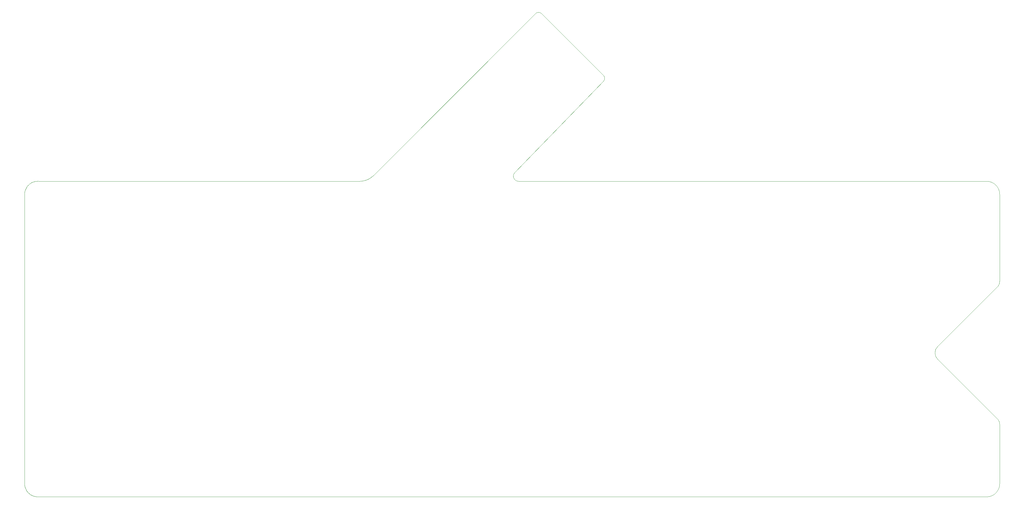
<source format=gm1>
G04 #@! TF.GenerationSoftware,KiCad,Pcbnew,8.0.4*
G04 #@! TF.CreationDate,2024-11-10T19:34:56-05:00*
G04 #@! TF.ProjectId,small-fry-pcb,736d616c-6c2d-4667-9279-2d7063622e6b,1.0*
G04 #@! TF.SameCoordinates,Original*
G04 #@! TF.FileFunction,Profile,NP*
%FSLAX46Y46*%
G04 Gerber Fmt 4.6, Leading zero omitted, Abs format (unit mm)*
G04 Created by KiCad (PCBNEW 8.0.4) date 2024-11-10 19:34:56*
%MOMM*%
%LPD*%
G01*
G04 APERTURE LIST*
G04 #@! TA.AperFunction,Profile*
%ADD10C,0.090000*%
G04 #@! TD*
%ADD11C,0.090000*%
G04 APERTURE END LIST*
D10*
X58697199Y-69897199D02*
X59097199Y-69902801D01*
X59097210Y-167902801D02*
X58697210Y-167897199D01*
X234094381Y-38837633D02*
X206646664Y-67170761D01*
D11*
X357000000Y-163805599D02*
X356998738Y-163907334D01*
X356994964Y-164008767D01*
X356988696Y-164109856D01*
X356979950Y-164210557D01*
X356968745Y-164310830D01*
X356955097Y-164410632D01*
X356939025Y-164509922D01*
X356920545Y-164608657D01*
X356899674Y-164706795D01*
X356876431Y-164804294D01*
X356850833Y-164901114D01*
X356822896Y-164997210D01*
X356792639Y-165092542D01*
X356760078Y-165187068D01*
X356725232Y-165280745D01*
X356688117Y-165373531D01*
X356648751Y-165465386D01*
X356607151Y-165556265D01*
X356563335Y-165646129D01*
X356517321Y-165734934D01*
X356469124Y-165822638D01*
X356418763Y-165909200D01*
X356366256Y-165994578D01*
X356311619Y-166078730D01*
X356254870Y-166161613D01*
X356196027Y-166243187D01*
X356135106Y-166323408D01*
X356072126Y-166402234D01*
X356007103Y-166479625D01*
X355940055Y-166555537D01*
X355870999Y-166629929D01*
X355799954Y-166702760D01*
X213064931Y-17837870D02*
X213136948Y-17771011D01*
X213213260Y-17710035D01*
X213293500Y-17655094D01*
X213377301Y-17606337D01*
X213464299Y-17563918D01*
X213554128Y-17527987D01*
X213646421Y-17498695D01*
X213740813Y-17476196D01*
X213836938Y-17460639D01*
X213934430Y-17452178D01*
X214000004Y-17450553D01*
D10*
X356281598Y-102690208D02*
X337801790Y-121170016D01*
D11*
X234079651Y-36982452D02*
X234169487Y-37081738D01*
X234247502Y-37187501D01*
X234313688Y-37298828D01*
X234368038Y-37414809D01*
X234410544Y-37534530D01*
X234441200Y-37657081D01*
X234459998Y-37781550D01*
X234466931Y-37907025D01*
X234461991Y-38032594D01*
X234445172Y-38157346D01*
X234416466Y-38280369D01*
X234375866Y-38400750D01*
X234323365Y-38517579D01*
X234258955Y-38629944D01*
X234182629Y-38736932D01*
X234094381Y-38837633D01*
X206646664Y-67170761D02*
X206566043Y-67260437D01*
X206493048Y-67354904D01*
X206427765Y-67453696D01*
X206370280Y-67556348D01*
X206320680Y-67662396D01*
X206279052Y-67771373D01*
X206245482Y-67882817D01*
X206220058Y-67996261D01*
X206202866Y-68111241D01*
X206193993Y-68227292D01*
X206193526Y-68343949D01*
X206201550Y-68460747D01*
X206218154Y-68577221D01*
X206243423Y-68692907D01*
X206277445Y-68807339D01*
X206320307Y-68920054D01*
X352902789Y-69902801D02*
X353004524Y-69904062D01*
X353105957Y-69907836D01*
X353207046Y-69914104D01*
X353307747Y-69922849D01*
X353408020Y-69934054D01*
X353507822Y-69947701D01*
X353607112Y-69963773D01*
X353705847Y-69982253D01*
X353803985Y-70003123D01*
X353901485Y-70026366D01*
X353998304Y-70051965D01*
X354094401Y-70079901D01*
X354189733Y-70110158D01*
X354284258Y-70142719D01*
X354377936Y-70177565D01*
X354470722Y-70214680D01*
X354562577Y-70254045D01*
X354653456Y-70295645D01*
X354743320Y-70339461D01*
X354832125Y-70385476D01*
X354919830Y-70433672D01*
X355006392Y-70484033D01*
X355091770Y-70536540D01*
X355175922Y-70591177D01*
X355258806Y-70647925D01*
X355340379Y-70706769D01*
X355420600Y-70767689D01*
X355499427Y-70830669D01*
X355576818Y-70895692D01*
X355652731Y-70962740D01*
X355727123Y-71031796D01*
X355799954Y-71102842D01*
X206320307Y-68920054D02*
X206371440Y-69029264D01*
X206429957Y-69133321D01*
X206495465Y-69231965D01*
X206567569Y-69324932D01*
X206645875Y-69411964D01*
X206729988Y-69492797D01*
X206819514Y-69567172D01*
X206914059Y-69634826D01*
X207013229Y-69695499D01*
X207116630Y-69748930D01*
X207223866Y-69794858D01*
X207334545Y-69833020D01*
X207448272Y-69863157D01*
X207564652Y-69885007D01*
X207683291Y-69898308D01*
X207803796Y-69902801D01*
D10*
X352902790Y-167902801D02*
X59097210Y-167902801D01*
D11*
X357000000Y-100955822D02*
X356996985Y-101077448D01*
X356987998Y-101198250D01*
X356973120Y-101318024D01*
X356952435Y-101436572D01*
X356926027Y-101553690D01*
X356893978Y-101669179D01*
X356856373Y-101782837D01*
X356813294Y-101894464D01*
X356764824Y-102003858D01*
X356711047Y-102110818D01*
X356652046Y-102215143D01*
X356587905Y-102316632D01*
X356518706Y-102415084D01*
X356444533Y-102510298D01*
X356365469Y-102602073D01*
X356281598Y-102690208D01*
X54600000Y-73994398D02*
X54605331Y-73783556D01*
X54621153Y-73575483D01*
X54647209Y-73370435D01*
X54683241Y-73168670D01*
X54728991Y-72970444D01*
X54784203Y-72776017D01*
X54848618Y-72585644D01*
X54921979Y-72399584D01*
X55004029Y-72218093D01*
X55094511Y-72041430D01*
X55193166Y-71869852D01*
X55299738Y-71703616D01*
X55413970Y-71542980D01*
X55535602Y-71388200D01*
X55664379Y-71239535D01*
X55800043Y-71097242D01*
X55942336Y-70961578D01*
X56091001Y-70832801D01*
X56245781Y-70711169D01*
X56406417Y-70596937D01*
X56572653Y-70490365D01*
X56744231Y-70391710D01*
X56920894Y-70301228D01*
X57102385Y-70219178D01*
X57288445Y-70145817D01*
X57478818Y-70081402D01*
X57673245Y-70026190D01*
X57871471Y-69980440D01*
X58073236Y-69944408D01*
X58278284Y-69918352D01*
X58486357Y-69902530D01*
X58697199Y-69897199D01*
D10*
X207803796Y-69902801D02*
X352902789Y-69902801D01*
D11*
X336967152Y-123185009D02*
X336970654Y-123326314D01*
X336981096Y-123466659D01*
X336998381Y-123605813D01*
X337022412Y-123743540D01*
X337053093Y-123879607D01*
X337090327Y-124013781D01*
X337134017Y-124145828D01*
X337184067Y-124275515D01*
X337240379Y-124402608D01*
X337302857Y-124526872D01*
X337371404Y-124648076D01*
X337445923Y-124765985D01*
X337526318Y-124880366D01*
X337612492Y-124990984D01*
X337704348Y-125097607D01*
X337801790Y-125200002D01*
X337801790Y-121170016D02*
X337704348Y-121272410D01*
X337612492Y-121379033D01*
X337526318Y-121489651D01*
X337445923Y-121604032D01*
X337371404Y-121721941D01*
X337302857Y-121843145D01*
X337240379Y-121967409D01*
X337184067Y-122094502D01*
X337134017Y-122224189D01*
X337090327Y-122356236D01*
X337053093Y-122490410D01*
X337022412Y-122626477D01*
X336998381Y-122764204D01*
X336981096Y-122903358D01*
X336970654Y-123043703D01*
X336967152Y-123185009D01*
D10*
X162774754Y-68128047D02*
X213064931Y-17837870D01*
X337801790Y-125200002D02*
X356281598Y-143679810D01*
D11*
X356281598Y-143679810D02*
X356365469Y-143767944D01*
X356444532Y-143859718D01*
X356518705Y-143954932D01*
X356587903Y-144053384D01*
X356652045Y-144154872D01*
X356711046Y-144259197D01*
X356764822Y-144366156D01*
X356813292Y-144475549D01*
X356856371Y-144587175D01*
X356893977Y-144700833D01*
X356926026Y-144816321D01*
X356952434Y-144933439D01*
X356973119Y-145051986D01*
X356987997Y-145171760D01*
X356996985Y-145292561D01*
X357000000Y-145414188D01*
D10*
X357000000Y-74000004D02*
X357000000Y-100955822D01*
D11*
X355799954Y-166702760D02*
X355727123Y-166773805D01*
X355652731Y-166842861D01*
X355576818Y-166909909D01*
X355499428Y-166974931D01*
X355420601Y-167037912D01*
X355340380Y-167098832D01*
X355258806Y-167157676D01*
X355175923Y-167214424D01*
X355091771Y-167269061D01*
X355006393Y-167321568D01*
X354919830Y-167371929D01*
X354832126Y-167420125D01*
X354743321Y-167466140D01*
X354653457Y-167509956D01*
X354562577Y-167551555D01*
X354470723Y-167590921D01*
X354377936Y-167628036D01*
X354284259Y-167662882D01*
X354189734Y-167695442D01*
X354094402Y-167725699D01*
X353998305Y-167753636D01*
X353901486Y-167779234D01*
X353803986Y-167802477D01*
X353705848Y-167823347D01*
X353607113Y-167841827D01*
X353507823Y-167857900D01*
X353408021Y-167871547D01*
X353307748Y-167882752D01*
X353207047Y-167891497D01*
X353105958Y-167897765D01*
X353004525Y-167901539D01*
X352902790Y-167902801D01*
X58697210Y-167897199D02*
X58486368Y-167891868D01*
X58278294Y-167876046D01*
X58073246Y-167849990D01*
X57871480Y-167813959D01*
X57673254Y-167768209D01*
X57478826Y-167712998D01*
X57288453Y-167648583D01*
X57102392Y-167575222D01*
X56920902Y-167493172D01*
X56744238Y-167402691D01*
X56572659Y-167304035D01*
X56406423Y-167197463D01*
X56245786Y-167083232D01*
X56091006Y-166961599D01*
X55942341Y-166832823D01*
X55800047Y-166697159D01*
X55664383Y-166554866D01*
X55535605Y-166406201D01*
X55413972Y-166251421D01*
X55299741Y-166090784D01*
X55193169Y-165924548D01*
X55094513Y-165752970D01*
X55004031Y-165576306D01*
X54921980Y-165394816D01*
X54848619Y-165208755D01*
X54784203Y-165018382D01*
X54728992Y-164823954D01*
X54683241Y-164625729D01*
X54647209Y-164423963D01*
X54621153Y-164218915D01*
X54605331Y-164010841D01*
X54600000Y-163800000D01*
D10*
X357000000Y-145414188D02*
X357000000Y-163805599D01*
X59097199Y-69902801D02*
X158490113Y-69902801D01*
D11*
X355799954Y-71102842D02*
X355870999Y-71175672D01*
X355940055Y-71250064D01*
X356007103Y-71325976D01*
X356072126Y-71403367D01*
X356135106Y-71482194D01*
X356196027Y-71562414D01*
X356254870Y-71643988D01*
X356311619Y-71726871D01*
X356366256Y-71811023D01*
X356418763Y-71896401D01*
X356469124Y-71982963D01*
X356517321Y-72070668D01*
X356563335Y-72159473D01*
X356607151Y-72249336D01*
X356648751Y-72340216D01*
X356688117Y-72432070D01*
X356725232Y-72524857D01*
X356760078Y-72618534D01*
X356792639Y-72713059D01*
X356822896Y-72808392D01*
X356850833Y-72904488D01*
X356876431Y-73001307D01*
X356899674Y-73098807D01*
X356920545Y-73196945D01*
X356939025Y-73295680D01*
X356955097Y-73394970D01*
X356968745Y-73494772D01*
X356979950Y-73595045D01*
X356988696Y-73695746D01*
X356994964Y-73796835D01*
X356998738Y-73898268D01*
X357000000Y-74000004D01*
X214000004Y-17450553D02*
X214098204Y-17454201D01*
X214195281Y-17465045D01*
X214290868Y-17482933D01*
X214384601Y-17507714D01*
X214476113Y-17539236D01*
X214565039Y-17577347D01*
X214651012Y-17621897D01*
X214733666Y-17672732D01*
X214812637Y-17729703D01*
X214887558Y-17792657D01*
X214935075Y-17837876D01*
D10*
X214935075Y-17837876D02*
X234079651Y-36982452D01*
X54600000Y-163800000D02*
X54600000Y-73994398D01*
D11*
X158490113Y-69902801D02*
X158640570Y-69900935D01*
X158790581Y-69895354D01*
X158940081Y-69886084D01*
X159089009Y-69873150D01*
X159237304Y-69856579D01*
X159384902Y-69836396D01*
X159531742Y-69812626D01*
X159677762Y-69785296D01*
X159822900Y-69754431D01*
X159967093Y-69720056D01*
X160110280Y-69682199D01*
X160252398Y-69640883D01*
X160393386Y-69596135D01*
X160533180Y-69547982D01*
X160671720Y-69496447D01*
X160808943Y-69441558D01*
X160944787Y-69383339D01*
X161079190Y-69321817D01*
X161212090Y-69257017D01*
X161343425Y-69188966D01*
X161473132Y-69117688D01*
X161601150Y-69043209D01*
X161727416Y-68965555D01*
X161851869Y-68884753D01*
X161974446Y-68800826D01*
X162095086Y-68713802D01*
X162213725Y-68623707D01*
X162330303Y-68530564D01*
X162444757Y-68434401D01*
X162557025Y-68335244D01*
X162667044Y-68233117D01*
X162774754Y-68128047D01*
M02*

</source>
